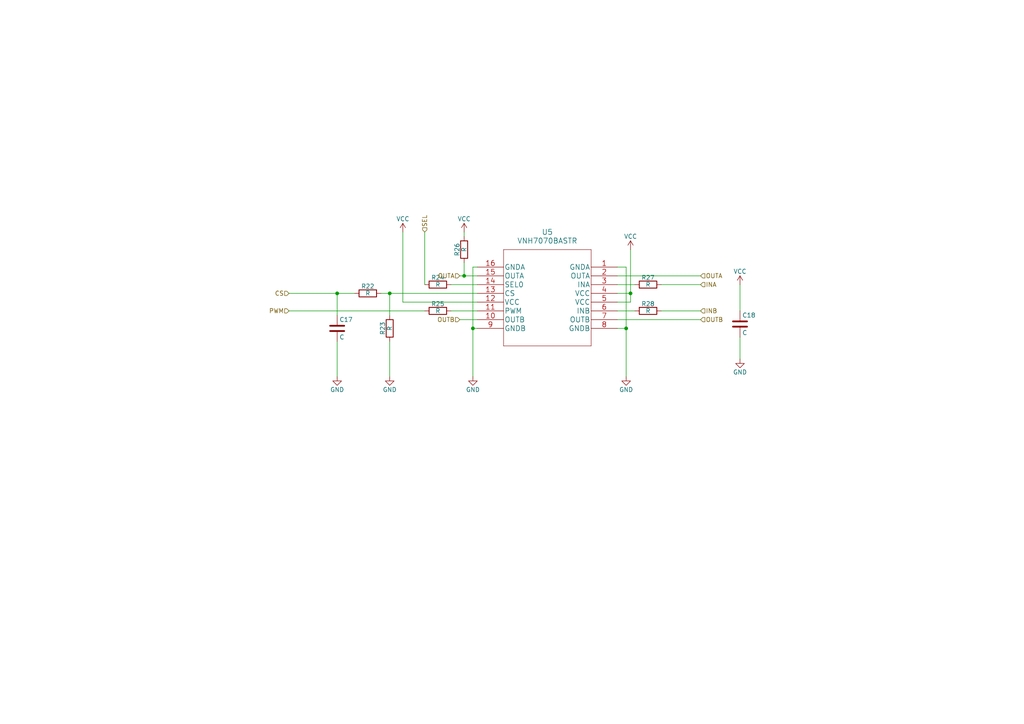
<source format=kicad_sch>
(kicad_sch (version 20211123) (generator eeschema)
  (paper "A4")
  (lib_symbols
    (symbol "Device:C" (pin_numbers hide) (pin_names (offset 0.254))
      (property "Reference" "C" (at 0.635 2.54 0))
      (property "Value" "C" (at 0.635 -2.54 0))
      (symbol "C_0_1"
        (polyline (pts (xy -2.032 -0.762) (xy 2.032 -0.762)) (stroke (width 0.508)))
        (polyline (pts (xy -2.032 0.762) (xy 2.032 0.762)) (stroke (width 0.508)))
      )
      (symbol "C_1_1"
        (pin passive line (at 0 3.81 270) (length 2.794) (name "~") (number "1"))
        (pin passive line (at 0 -3.81 90) (length 2.794) (name "~") (number "2"))
      )
    )
    (symbol "Device:R" (pin_numbers hide) (pin_names (offset 0))
      (property "Reference" "R" (at 2.032 0 90))
      (property "Value" "R" (at 0 0 90))
      (symbol "R_0_1"
        (rectangle (start -1.016 -2.54) (end 1.016 2.54) (stroke (width 0.254)))
      )
      (symbol "R_1_1"
        (pin passive line (at 0 3.81 270) (length 1.27) (name "~") (number "1"))
        (pin passive line (at 0 -3.81 90) (length 1.27) (name "~") (number "2"))
      )
    )
    (symbol "power:GND" (power) (pin_names (offset 0))
      (property "Value" "GND" (at 0 -3.81 0))
      (symbol "GND_0_1"
        (polyline (pts (xy 0 0) (xy 0 -1.27) (xy 1.27 -1.27) (xy 0 -2.54) (xy -1.27 -1.27) (xy 0 -1.27)))
      )
      (symbol "GND_1_1"
        (pin power_in line (at 0 0 270) (length 0) hide (name "GND") (number "1"))
      )
    )
    (symbol "power:VCC" (power) (pin_names (offset 0))
      (property "Value" "VCC" (at 0 3.81 0))
      (symbol "VCC_0_1"
        (polyline (pts (xy -0.762 1.27) (xy 0 2.54)))
        (polyline (pts (xy 0 0) (xy 0 2.54)))
        (polyline (pts (xy 0 2.54) (xy 0.762 1.27)))
      )
      (symbol "VCC_1_1"
        (pin power_in line (at 0 0 90) (length 0) hide (name "VCC") (number "1"))
      )
    )
    (symbol "vnh7070bas:VNH7070BASTR" (pin_names (offset 0.254))
      (property "Reference" "U" (at 20.32 10.16 0))
      (property "Value" "VNH7070BASTR" (at 20.32 7.62 0))
      (symbol "VNH7070BASTR_1_1"
        (polyline (pts (xy 7.62 -22.86) (xy 33.02 -22.86)) (stroke (width 0.127)))
        (polyline (pts (xy 7.62 5.08) (xy 7.62 -22.86)) (stroke (width 0.127)))
        (polyline (pts (xy 33.02 -22.86) (xy 33.02 5.08)) (stroke (width 0.127)))
        (polyline (pts (xy 33.02 5.08) (xy 7.62 5.08)) (stroke (width 0.127)))
        (pin power_in line (at 0 0 0) (length 7.62) (name "GNDA") (number "1"))
        (pin output line (at 40.64 -15.24 180) (length 7.62) (name "OUTB") (number "10"))
        (pin input line (at 40.64 -12.7 180) (length 7.62) (name "PWM") (number "11"))
        (pin power_in line (at 40.64 -10.16 180) (length 7.62) (name "VCC") (number "12"))
        (pin output line (at 40.64 -7.62 180) (length 7.62) (name "CS") (number "13"))
        (pin input line (at 40.64 -5.08 180) (length 7.62) (name "SEL0") (number "14"))
        (pin output line (at 40.64 -2.54 180) (length 7.62) (name "OUTA") (number "15"))
        (pin power_in line (at 40.64 0 180) (length 7.62) (name "GNDA") (number "16"))
        (pin output line (at 0 -2.54 0) (length 7.62) (name "OUTA") (number "2"))
        (pin input line (at 0 -5.08 0) (length 7.62) (name "INA") (number "3"))
        (pin power_in line (at 0 -7.62 0) (length 7.62) (name "VCC") (number "4"))
        (pin power_in line (at 0 -10.16 0) (length 7.62) (name "VCC") (number "5"))
        (pin input line (at 0 -12.7 0) (length 7.62) (name "INB") (number "6"))
        (pin output line (at 0 -15.24 0) (length 7.62) (name "OUTB") (number "7"))
        (pin power_in line (at 0 -17.78 0) (length 7.62) (name "GNDB") (number "8"))
        (pin power_in line (at 40.64 -17.78 180) (length 7.62) (name "GNDB") (number "9"))
      )
    )
  )
  (junction (at 181.61 95.25))
  (junction (at 113.03 85.09))
  (junction (at 182.88 85.09))
  (junction (at 137.16 95.25))
  (junction (at 97.79 85.09))
  (junction (at 134.62 80.01))
  (wire (pts (xy 130.81 90.17) (xy 138.43 90.17)))
  (wire (pts (xy 191.77 90.17) (xy 203.2 90.17)))
  (wire (pts (xy 133.35 92.71) (xy 138.43 92.71)))
  (wire (pts (xy 102.87 85.09) (xy 97.79 85.09)))
  (wire (pts (xy 134.62 80.01) (xy 138.43 80.01)))
  (wire (pts (xy 134.62 76.2) (xy 134.62 80.01)))
  (wire (pts (xy 138.43 95.25) (xy 137.16 95.25)))
  (wire (pts (xy 134.62 67.31) (xy 134.62 68.58)))
  (wire (pts (xy 179.07 82.55) (xy 184.15 82.55)))
  (wire (pts (xy 179.07 85.09) (xy 182.88 85.09)))
  (wire (pts (xy 113.03 85.09) (xy 113.03 91.44)))
  (wire (pts (xy 182.88 87.63) (xy 182.88 85.09)))
  (wire (pts (xy 182.88 85.09) (xy 182.88 72.39)))
  (wire (pts (xy 179.07 95.25) (xy 181.61 95.25)))
  (wire (pts (xy 83.82 90.17) (xy 123.19 90.17)))
  (wire (pts (xy 179.07 77.47) (xy 181.61 77.47)))
  (wire (pts (xy 191.77 82.55) (xy 203.2 82.55)))
  (wire (pts (xy 110.49 85.09) (xy 113.03 85.09)))
  (wire (pts (xy 113.03 85.09) (xy 138.43 85.09)))
  (wire (pts (xy 179.07 87.63) (xy 182.88 87.63)))
  (wire (pts (xy 181.61 77.47) (xy 181.61 95.25)))
  (wire (pts (xy 97.79 99.06) (xy 97.79 109.22)))
  (wire (pts (xy 137.16 77.47) (xy 137.16 95.25)))
  (wire (pts (xy 113.03 99.06) (xy 113.03 109.22)))
  (wire (pts (xy 130.81 82.55) (xy 138.43 82.55)))
  (wire (pts (xy 116.84 87.63) (xy 116.84 67.31)))
  (wire (pts (xy 83.82 85.09) (xy 97.79 85.09)))
  (wire (pts (xy 138.43 87.63) (xy 116.84 87.63)))
  (wire (pts (xy 123.19 67.31) (xy 123.19 82.55)))
  (wire (pts (xy 203.2 92.71) (xy 179.07 92.71)))
  (wire (pts (xy 179.07 90.17) (xy 184.15 90.17)))
  (wire (pts (xy 138.43 77.47) (xy 137.16 77.47)))
  (wire (pts (xy 179.07 80.01) (xy 203.2 80.01)))
  (wire (pts (xy 133.35 80.01) (xy 134.62 80.01)))
  (wire (pts (xy 181.61 95.25) (xy 181.61 109.22)))
  (wire (pts (xy 137.16 95.25) (xy 137.16 109.22)))
  (wire (pts (xy 214.63 82.55) (xy 214.63 90.17)))
  (wire (pts (xy 97.79 85.09) (xy 97.79 91.44)))
  (wire (pts (xy 214.63 97.79) (xy 214.63 104.14)))
  (hierarchical_label "INB" (shape input) (at 203.2 90.17 0))
  (hierarchical_label "OUTB" (shape input) (at 133.35 92.71 180))
  (hierarchical_label "OUTA" (shape input) (at 133.35 80.01 180))
  (hierarchical_label "CS" (shape input) (at 83.82 85.09 180))
  (hierarchical_label "OUTB" (shape input) (at 203.2 92.71 0))
  (hierarchical_label "OUTA" (shape input) (at 203.2 80.01 0))
  (hierarchical_label "PWM" (shape input) (at 83.82 90.17 180))
  (hierarchical_label "SEL" (shape input) (at 123.19 67.31 90))
  (hierarchical_label "INA" (shape input) (at 203.2 82.55 0))
  (symbol (lib_id "Device:R") (at 113.03 95.25 180) (unit 1)
    (property "Reference" "R23" (at 110.998 95.25 90))
    (property "Value" "R" (at 113.03 95.25 90))
    (property "Footprint" "Resistor_SMD:R_0805_2012Metric_Pad1.20x1.40mm_HandSolder" (effects hide))
  )
  (symbol (lib_id "power:GND") (at 181.61 109.22 0) (unit 1)
    (property "Reference" "#PWR047" (effects hide))
    (property "Value" "GND" (at 181.61 113.03 0))
  )
  (symbol (lib_id "Device:R") (at 134.62 72.39 180) (unit 1)
    (property "Reference" "R26" (at 132.588 72.39 90))
    (property "Value" "R" (at 134.62 72.39 90))
    (property "Footprint" "Resistor_SMD:R_0805_2012Metric_Pad1.20x1.40mm_HandSolder" (effects hide))
  )
  (symbol (lib_id "power:GND") (at 113.03 109.22 0) (unit 1)
    (property "Reference" "#PWR043" (effects hide))
    (property "Value" "GND" (at 113.03 113.03 0))
  )
  (symbol (lib_id "Device:R") (at 127 90.17 90) (unit 1)
    (property "Reference" "R25" (at 127 88.138 90))
    (property "Value" "R" (at 127 90.17 90))
    (property "Footprint" "Resistor_SMD:R_0805_2012Metric_Pad1.20x1.40mm_HandSolder" (effects hide))
  )
  (symbol (lib_id "power:VCC") (at 134.62 67.31 0) (unit 1)
    (property "Reference" "#PWR045" (effects hide))
    (property "Value" "VCC" (at 134.62 63.5 0))
  )
  (symbol (lib_id "power:VCC") (at 214.63 82.55 0) (unit 1)
    (property "Reference" "#PWR049" (effects hide))
    (property "Value" "VCC" (at 214.63 78.74 0))
  )
  (symbol (lib_id "power:VCC") (at 116.84 67.31 0) (unit 1)
    (property "Reference" "#PWR044" (effects hide))
    (property "Value" "VCC" (at 116.84 63.5 0))
  )
  (symbol (lib_id "Device:R") (at 187.96 82.55 90) (unit 1)
    (property "Reference" "R27" (at 187.96 80.518 90))
    (property "Value" "R" (at 187.96 82.55 90))
    (property "Footprint" "Resistor_SMD:R_0805_2012Metric_Pad1.20x1.40mm_HandSolder" (effects hide))
  )
  (symbol (lib_id "Device:R") (at 106.68 85.09 90) (unit 1)
    (property "Reference" "R22" (at 106.68 83.058 90))
    (property "Value" "R" (at 106.68 85.09 90))
    (property "Footprint" "Resistor_SMD:R_0805_2012Metric_Pad1.20x1.40mm_HandSolder" (effects hide))
  )
  (symbol (lib_id "vnh7070bas:VNH7070BASTR") (at 179.07 77.47 0) (mirror y) (unit 1)
    (property "Reference" "U5" (at 158.75 67.31 0) (effects (font (size 1.524 1.524))))
    (property "Value" "VNH7070BASTR" (at 158.75 69.85 0) (effects (font (size 1.524 1.524))))
    (property "Footprint" "SO-16N_STM" (effects hide))
  )
  (symbol (lib_id "Device:R") (at 187.96 90.17 90) (unit 1)
    (property "Reference" "R28" (at 187.96 88.138 90))
    (property "Value" "R" (at 187.96 90.17 90))
    (property "Footprint" "Resistor_SMD:R_0805_2012Metric_Pad1.20x1.40mm_HandSolder" (effects hide))
  )
  (symbol (lib_id "Device:C") (at 97.79 95.25 0) (unit 1)
    (property "Reference" "C17" (at 98.425 92.71 0) (effects (justify left)))
    (property "Value" "C" (at 98.425 97.79 0) (effects (justify left)))
    (property "Footprint" "Capacitor_SMD:C_0805_2012Metric_Pad1.18x1.45mm_HandSolder" (effects hide))
  )
  (symbol (lib_id "power:GND") (at 214.63 104.14 0) (unit 1)
    (property "Reference" "#PWR050" (effects hide))
    (property "Value" "GND" (at 214.63 107.95 0))
  )
  (symbol (lib_id "Device:C") (at 214.63 93.98 0) (unit 1)
    (property "Reference" "C18" (at 215.265 91.44 0) (effects (justify left)))
    (property "Value" "C" (at 215.265 96.52 0) (effects (justify left)))
    (property "Footprint" "Capacitor_SMD:C_0805_2012Metric_Pad1.18x1.45mm_HandSolder" (effects hide))
  )
  (symbol (lib_id "power:GND") (at 97.79 109.22 0) (unit 1)
    (property "Reference" "#PWR042" (effects hide))
    (property "Value" "GND" (at 97.79 113.03 0))
  )
  (symbol (lib_id "power:VCC") (at 182.88 72.39 0) (unit 1)
    (property "Reference" "#PWR048" (effects hide))
    (property "Value" "VCC" (at 182.88 68.58 0))
  )
  (symbol (lib_id "power:GND") (at 137.16 109.22 0) (unit 1)
    (property "Reference" "#PWR046" (effects hide))
    (property "Value" "GND" (at 137.16 113.03 0))
  )
  (symbol (lib_id "Device:R") (at 127 82.55 90) (unit 1)
    (property "Reference" "R24" (at 127 80.518 90))
    (property "Value" "R" (at 127 82.55 90))
    (property "Footprint" "Resistor_SMD:R_0805_2012Metric_Pad1.20x1.40mm_HandSolder" (effects hide))
  )
)
</source>
